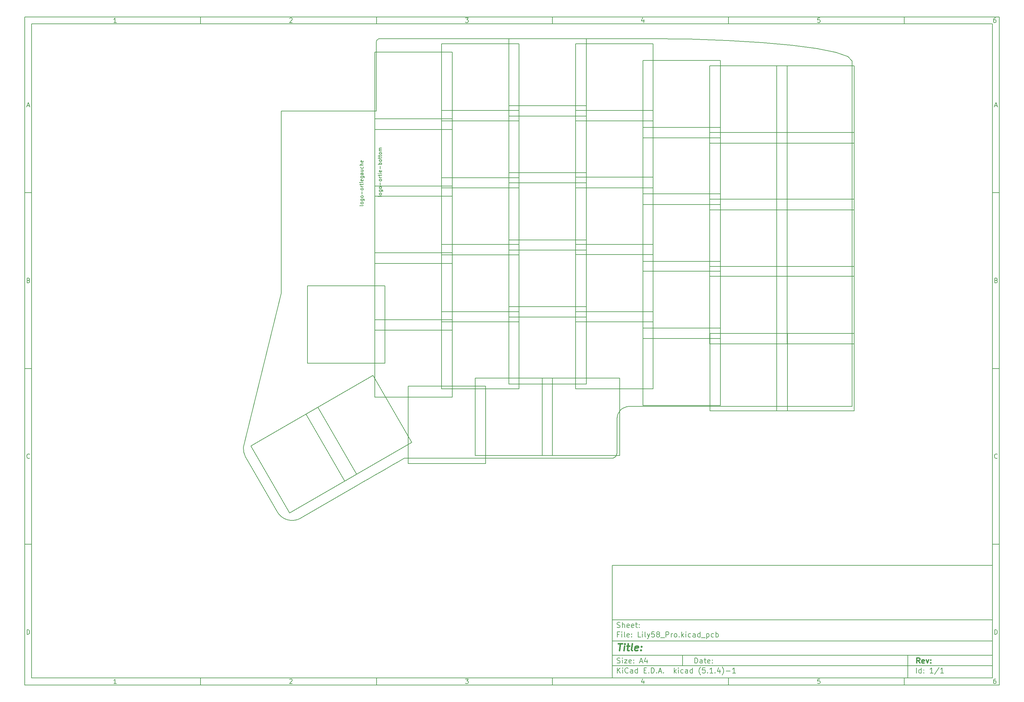
<source format=gbr>
G04 #@! TF.GenerationSoftware,KiCad,Pcbnew,(5.1.4)-1*
G04 #@! TF.CreationDate,2020-11-12T20:18:54+01:00*
G04 #@! TF.ProjectId,Lily58_Pro,4c696c79-3538-45f5-9072-6f2e6b696361,rev?*
G04 #@! TF.SameCoordinates,Original*
G04 #@! TF.FileFunction,Other,Fab,Top*
%FSLAX46Y46*%
G04 Gerber Fmt 4.6, Leading zero omitted, Abs format (unit mm)*
G04 Created by KiCad (PCBNEW (5.1.4)-1) date 2020-11-12 20:18:54*
%MOMM*%
%LPD*%
G04 APERTURE LIST*
%ADD10C,0.100000*%
%ADD11C,0.150000*%
%ADD12C,0.300000*%
%ADD13C,0.400000*%
%ADD14C,0.200000*%
G04 APERTURE END LIST*
D10*
D11*
X177002200Y-166007200D02*
X177002200Y-198007200D01*
X285002200Y-198007200D01*
X285002200Y-166007200D01*
X177002200Y-166007200D01*
D10*
D11*
X10000000Y-10000000D02*
X10000000Y-200007200D01*
X287002200Y-200007200D01*
X287002200Y-10000000D01*
X10000000Y-10000000D01*
D10*
D11*
X12000000Y-12000000D02*
X12000000Y-198007200D01*
X285002200Y-198007200D01*
X285002200Y-12000000D01*
X12000000Y-12000000D01*
D10*
D11*
X60000000Y-12000000D02*
X60000000Y-10000000D01*
D10*
D11*
X110000000Y-12000000D02*
X110000000Y-10000000D01*
D10*
D11*
X160000000Y-12000000D02*
X160000000Y-10000000D01*
D10*
D11*
X210000000Y-12000000D02*
X210000000Y-10000000D01*
D10*
D11*
X260000000Y-12000000D02*
X260000000Y-10000000D01*
D10*
D11*
X36065476Y-11588095D02*
X35322619Y-11588095D01*
X35694047Y-11588095D02*
X35694047Y-10288095D01*
X35570238Y-10473809D01*
X35446428Y-10597619D01*
X35322619Y-10659523D01*
D10*
D11*
X85322619Y-10411904D02*
X85384523Y-10350000D01*
X85508333Y-10288095D01*
X85817857Y-10288095D01*
X85941666Y-10350000D01*
X86003571Y-10411904D01*
X86065476Y-10535714D01*
X86065476Y-10659523D01*
X86003571Y-10845238D01*
X85260714Y-11588095D01*
X86065476Y-11588095D01*
D10*
D11*
X135260714Y-10288095D02*
X136065476Y-10288095D01*
X135632142Y-10783333D01*
X135817857Y-10783333D01*
X135941666Y-10845238D01*
X136003571Y-10907142D01*
X136065476Y-11030952D01*
X136065476Y-11340476D01*
X136003571Y-11464285D01*
X135941666Y-11526190D01*
X135817857Y-11588095D01*
X135446428Y-11588095D01*
X135322619Y-11526190D01*
X135260714Y-11464285D01*
D10*
D11*
X185941666Y-10721428D02*
X185941666Y-11588095D01*
X185632142Y-10226190D02*
X185322619Y-11154761D01*
X186127380Y-11154761D01*
D10*
D11*
X236003571Y-10288095D02*
X235384523Y-10288095D01*
X235322619Y-10907142D01*
X235384523Y-10845238D01*
X235508333Y-10783333D01*
X235817857Y-10783333D01*
X235941666Y-10845238D01*
X236003571Y-10907142D01*
X236065476Y-11030952D01*
X236065476Y-11340476D01*
X236003571Y-11464285D01*
X235941666Y-11526190D01*
X235817857Y-11588095D01*
X235508333Y-11588095D01*
X235384523Y-11526190D01*
X235322619Y-11464285D01*
D10*
D11*
X285941666Y-10288095D02*
X285694047Y-10288095D01*
X285570238Y-10350000D01*
X285508333Y-10411904D01*
X285384523Y-10597619D01*
X285322619Y-10845238D01*
X285322619Y-11340476D01*
X285384523Y-11464285D01*
X285446428Y-11526190D01*
X285570238Y-11588095D01*
X285817857Y-11588095D01*
X285941666Y-11526190D01*
X286003571Y-11464285D01*
X286065476Y-11340476D01*
X286065476Y-11030952D01*
X286003571Y-10907142D01*
X285941666Y-10845238D01*
X285817857Y-10783333D01*
X285570238Y-10783333D01*
X285446428Y-10845238D01*
X285384523Y-10907142D01*
X285322619Y-11030952D01*
D10*
D11*
X60000000Y-198007200D02*
X60000000Y-200007200D01*
D10*
D11*
X110000000Y-198007200D02*
X110000000Y-200007200D01*
D10*
D11*
X160000000Y-198007200D02*
X160000000Y-200007200D01*
D10*
D11*
X210000000Y-198007200D02*
X210000000Y-200007200D01*
D10*
D11*
X260000000Y-198007200D02*
X260000000Y-200007200D01*
D10*
D11*
X36065476Y-199595295D02*
X35322619Y-199595295D01*
X35694047Y-199595295D02*
X35694047Y-198295295D01*
X35570238Y-198481009D01*
X35446428Y-198604819D01*
X35322619Y-198666723D01*
D10*
D11*
X85322619Y-198419104D02*
X85384523Y-198357200D01*
X85508333Y-198295295D01*
X85817857Y-198295295D01*
X85941666Y-198357200D01*
X86003571Y-198419104D01*
X86065476Y-198542914D01*
X86065476Y-198666723D01*
X86003571Y-198852438D01*
X85260714Y-199595295D01*
X86065476Y-199595295D01*
D10*
D11*
X135260714Y-198295295D02*
X136065476Y-198295295D01*
X135632142Y-198790533D01*
X135817857Y-198790533D01*
X135941666Y-198852438D01*
X136003571Y-198914342D01*
X136065476Y-199038152D01*
X136065476Y-199347676D01*
X136003571Y-199471485D01*
X135941666Y-199533390D01*
X135817857Y-199595295D01*
X135446428Y-199595295D01*
X135322619Y-199533390D01*
X135260714Y-199471485D01*
D10*
D11*
X185941666Y-198728628D02*
X185941666Y-199595295D01*
X185632142Y-198233390D02*
X185322619Y-199161961D01*
X186127380Y-199161961D01*
D10*
D11*
X236003571Y-198295295D02*
X235384523Y-198295295D01*
X235322619Y-198914342D01*
X235384523Y-198852438D01*
X235508333Y-198790533D01*
X235817857Y-198790533D01*
X235941666Y-198852438D01*
X236003571Y-198914342D01*
X236065476Y-199038152D01*
X236065476Y-199347676D01*
X236003571Y-199471485D01*
X235941666Y-199533390D01*
X235817857Y-199595295D01*
X235508333Y-199595295D01*
X235384523Y-199533390D01*
X235322619Y-199471485D01*
D10*
D11*
X285941666Y-198295295D02*
X285694047Y-198295295D01*
X285570238Y-198357200D01*
X285508333Y-198419104D01*
X285384523Y-198604819D01*
X285322619Y-198852438D01*
X285322619Y-199347676D01*
X285384523Y-199471485D01*
X285446428Y-199533390D01*
X285570238Y-199595295D01*
X285817857Y-199595295D01*
X285941666Y-199533390D01*
X286003571Y-199471485D01*
X286065476Y-199347676D01*
X286065476Y-199038152D01*
X286003571Y-198914342D01*
X285941666Y-198852438D01*
X285817857Y-198790533D01*
X285570238Y-198790533D01*
X285446428Y-198852438D01*
X285384523Y-198914342D01*
X285322619Y-199038152D01*
D10*
D11*
X10000000Y-60000000D02*
X12000000Y-60000000D01*
D10*
D11*
X10000000Y-110000000D02*
X12000000Y-110000000D01*
D10*
D11*
X10000000Y-160000000D02*
X12000000Y-160000000D01*
D10*
D11*
X10690476Y-35216666D02*
X11309523Y-35216666D01*
X10566666Y-35588095D02*
X11000000Y-34288095D01*
X11433333Y-35588095D01*
D10*
D11*
X11092857Y-84907142D02*
X11278571Y-84969047D01*
X11340476Y-85030952D01*
X11402380Y-85154761D01*
X11402380Y-85340476D01*
X11340476Y-85464285D01*
X11278571Y-85526190D01*
X11154761Y-85588095D01*
X10659523Y-85588095D01*
X10659523Y-84288095D01*
X11092857Y-84288095D01*
X11216666Y-84350000D01*
X11278571Y-84411904D01*
X11340476Y-84535714D01*
X11340476Y-84659523D01*
X11278571Y-84783333D01*
X11216666Y-84845238D01*
X11092857Y-84907142D01*
X10659523Y-84907142D01*
D10*
D11*
X11402380Y-135464285D02*
X11340476Y-135526190D01*
X11154761Y-135588095D01*
X11030952Y-135588095D01*
X10845238Y-135526190D01*
X10721428Y-135402380D01*
X10659523Y-135278571D01*
X10597619Y-135030952D01*
X10597619Y-134845238D01*
X10659523Y-134597619D01*
X10721428Y-134473809D01*
X10845238Y-134350000D01*
X11030952Y-134288095D01*
X11154761Y-134288095D01*
X11340476Y-134350000D01*
X11402380Y-134411904D01*
D10*
D11*
X10659523Y-185588095D02*
X10659523Y-184288095D01*
X10969047Y-184288095D01*
X11154761Y-184350000D01*
X11278571Y-184473809D01*
X11340476Y-184597619D01*
X11402380Y-184845238D01*
X11402380Y-185030952D01*
X11340476Y-185278571D01*
X11278571Y-185402380D01*
X11154761Y-185526190D01*
X10969047Y-185588095D01*
X10659523Y-185588095D01*
D10*
D11*
X287002200Y-60000000D02*
X285002200Y-60000000D01*
D10*
D11*
X287002200Y-110000000D02*
X285002200Y-110000000D01*
D10*
D11*
X287002200Y-160000000D02*
X285002200Y-160000000D01*
D10*
D11*
X285692676Y-35216666D02*
X286311723Y-35216666D01*
X285568866Y-35588095D02*
X286002200Y-34288095D01*
X286435533Y-35588095D01*
D10*
D11*
X286095057Y-84907142D02*
X286280771Y-84969047D01*
X286342676Y-85030952D01*
X286404580Y-85154761D01*
X286404580Y-85340476D01*
X286342676Y-85464285D01*
X286280771Y-85526190D01*
X286156961Y-85588095D01*
X285661723Y-85588095D01*
X285661723Y-84288095D01*
X286095057Y-84288095D01*
X286218866Y-84350000D01*
X286280771Y-84411904D01*
X286342676Y-84535714D01*
X286342676Y-84659523D01*
X286280771Y-84783333D01*
X286218866Y-84845238D01*
X286095057Y-84907142D01*
X285661723Y-84907142D01*
D10*
D11*
X286404580Y-135464285D02*
X286342676Y-135526190D01*
X286156961Y-135588095D01*
X286033152Y-135588095D01*
X285847438Y-135526190D01*
X285723628Y-135402380D01*
X285661723Y-135278571D01*
X285599819Y-135030952D01*
X285599819Y-134845238D01*
X285661723Y-134597619D01*
X285723628Y-134473809D01*
X285847438Y-134350000D01*
X286033152Y-134288095D01*
X286156961Y-134288095D01*
X286342676Y-134350000D01*
X286404580Y-134411904D01*
D10*
D11*
X285661723Y-185588095D02*
X285661723Y-184288095D01*
X285971247Y-184288095D01*
X286156961Y-184350000D01*
X286280771Y-184473809D01*
X286342676Y-184597619D01*
X286404580Y-184845238D01*
X286404580Y-185030952D01*
X286342676Y-185278571D01*
X286280771Y-185402380D01*
X286156961Y-185526190D01*
X285971247Y-185588095D01*
X285661723Y-185588095D01*
D10*
D11*
X200434342Y-193785771D02*
X200434342Y-192285771D01*
X200791485Y-192285771D01*
X201005771Y-192357200D01*
X201148628Y-192500057D01*
X201220057Y-192642914D01*
X201291485Y-192928628D01*
X201291485Y-193142914D01*
X201220057Y-193428628D01*
X201148628Y-193571485D01*
X201005771Y-193714342D01*
X200791485Y-193785771D01*
X200434342Y-193785771D01*
X202577200Y-193785771D02*
X202577200Y-193000057D01*
X202505771Y-192857200D01*
X202362914Y-192785771D01*
X202077200Y-192785771D01*
X201934342Y-192857200D01*
X202577200Y-193714342D02*
X202434342Y-193785771D01*
X202077200Y-193785771D01*
X201934342Y-193714342D01*
X201862914Y-193571485D01*
X201862914Y-193428628D01*
X201934342Y-193285771D01*
X202077200Y-193214342D01*
X202434342Y-193214342D01*
X202577200Y-193142914D01*
X203077200Y-192785771D02*
X203648628Y-192785771D01*
X203291485Y-192285771D02*
X203291485Y-193571485D01*
X203362914Y-193714342D01*
X203505771Y-193785771D01*
X203648628Y-193785771D01*
X204720057Y-193714342D02*
X204577200Y-193785771D01*
X204291485Y-193785771D01*
X204148628Y-193714342D01*
X204077200Y-193571485D01*
X204077200Y-193000057D01*
X204148628Y-192857200D01*
X204291485Y-192785771D01*
X204577200Y-192785771D01*
X204720057Y-192857200D01*
X204791485Y-193000057D01*
X204791485Y-193142914D01*
X204077200Y-193285771D01*
X205434342Y-193642914D02*
X205505771Y-193714342D01*
X205434342Y-193785771D01*
X205362914Y-193714342D01*
X205434342Y-193642914D01*
X205434342Y-193785771D01*
X205434342Y-192857200D02*
X205505771Y-192928628D01*
X205434342Y-193000057D01*
X205362914Y-192928628D01*
X205434342Y-192857200D01*
X205434342Y-193000057D01*
D10*
D11*
X177002200Y-194507200D02*
X285002200Y-194507200D01*
D10*
D11*
X178434342Y-196585771D02*
X178434342Y-195085771D01*
X179291485Y-196585771D02*
X178648628Y-195728628D01*
X179291485Y-195085771D02*
X178434342Y-195942914D01*
X179934342Y-196585771D02*
X179934342Y-195585771D01*
X179934342Y-195085771D02*
X179862914Y-195157200D01*
X179934342Y-195228628D01*
X180005771Y-195157200D01*
X179934342Y-195085771D01*
X179934342Y-195228628D01*
X181505771Y-196442914D02*
X181434342Y-196514342D01*
X181220057Y-196585771D01*
X181077200Y-196585771D01*
X180862914Y-196514342D01*
X180720057Y-196371485D01*
X180648628Y-196228628D01*
X180577200Y-195942914D01*
X180577200Y-195728628D01*
X180648628Y-195442914D01*
X180720057Y-195300057D01*
X180862914Y-195157200D01*
X181077200Y-195085771D01*
X181220057Y-195085771D01*
X181434342Y-195157200D01*
X181505771Y-195228628D01*
X182791485Y-196585771D02*
X182791485Y-195800057D01*
X182720057Y-195657200D01*
X182577200Y-195585771D01*
X182291485Y-195585771D01*
X182148628Y-195657200D01*
X182791485Y-196514342D02*
X182648628Y-196585771D01*
X182291485Y-196585771D01*
X182148628Y-196514342D01*
X182077200Y-196371485D01*
X182077200Y-196228628D01*
X182148628Y-196085771D01*
X182291485Y-196014342D01*
X182648628Y-196014342D01*
X182791485Y-195942914D01*
X184148628Y-196585771D02*
X184148628Y-195085771D01*
X184148628Y-196514342D02*
X184005771Y-196585771D01*
X183720057Y-196585771D01*
X183577200Y-196514342D01*
X183505771Y-196442914D01*
X183434342Y-196300057D01*
X183434342Y-195871485D01*
X183505771Y-195728628D01*
X183577200Y-195657200D01*
X183720057Y-195585771D01*
X184005771Y-195585771D01*
X184148628Y-195657200D01*
X186005771Y-195800057D02*
X186505771Y-195800057D01*
X186720057Y-196585771D02*
X186005771Y-196585771D01*
X186005771Y-195085771D01*
X186720057Y-195085771D01*
X187362914Y-196442914D02*
X187434342Y-196514342D01*
X187362914Y-196585771D01*
X187291485Y-196514342D01*
X187362914Y-196442914D01*
X187362914Y-196585771D01*
X188077200Y-196585771D02*
X188077200Y-195085771D01*
X188434342Y-195085771D01*
X188648628Y-195157200D01*
X188791485Y-195300057D01*
X188862914Y-195442914D01*
X188934342Y-195728628D01*
X188934342Y-195942914D01*
X188862914Y-196228628D01*
X188791485Y-196371485D01*
X188648628Y-196514342D01*
X188434342Y-196585771D01*
X188077200Y-196585771D01*
X189577200Y-196442914D02*
X189648628Y-196514342D01*
X189577200Y-196585771D01*
X189505771Y-196514342D01*
X189577200Y-196442914D01*
X189577200Y-196585771D01*
X190220057Y-196157200D02*
X190934342Y-196157200D01*
X190077200Y-196585771D02*
X190577200Y-195085771D01*
X191077200Y-196585771D01*
X191577200Y-196442914D02*
X191648628Y-196514342D01*
X191577200Y-196585771D01*
X191505771Y-196514342D01*
X191577200Y-196442914D01*
X191577200Y-196585771D01*
X194577200Y-196585771D02*
X194577200Y-195085771D01*
X194720057Y-196014342D02*
X195148628Y-196585771D01*
X195148628Y-195585771D02*
X194577200Y-196157200D01*
X195791485Y-196585771D02*
X195791485Y-195585771D01*
X195791485Y-195085771D02*
X195720057Y-195157200D01*
X195791485Y-195228628D01*
X195862914Y-195157200D01*
X195791485Y-195085771D01*
X195791485Y-195228628D01*
X197148628Y-196514342D02*
X197005771Y-196585771D01*
X196720057Y-196585771D01*
X196577200Y-196514342D01*
X196505771Y-196442914D01*
X196434342Y-196300057D01*
X196434342Y-195871485D01*
X196505771Y-195728628D01*
X196577200Y-195657200D01*
X196720057Y-195585771D01*
X197005771Y-195585771D01*
X197148628Y-195657200D01*
X198434342Y-196585771D02*
X198434342Y-195800057D01*
X198362914Y-195657200D01*
X198220057Y-195585771D01*
X197934342Y-195585771D01*
X197791485Y-195657200D01*
X198434342Y-196514342D02*
X198291485Y-196585771D01*
X197934342Y-196585771D01*
X197791485Y-196514342D01*
X197720057Y-196371485D01*
X197720057Y-196228628D01*
X197791485Y-196085771D01*
X197934342Y-196014342D01*
X198291485Y-196014342D01*
X198434342Y-195942914D01*
X199791485Y-196585771D02*
X199791485Y-195085771D01*
X199791485Y-196514342D02*
X199648628Y-196585771D01*
X199362914Y-196585771D01*
X199220057Y-196514342D01*
X199148628Y-196442914D01*
X199077200Y-196300057D01*
X199077200Y-195871485D01*
X199148628Y-195728628D01*
X199220057Y-195657200D01*
X199362914Y-195585771D01*
X199648628Y-195585771D01*
X199791485Y-195657200D01*
X202077200Y-197157200D02*
X202005771Y-197085771D01*
X201862914Y-196871485D01*
X201791485Y-196728628D01*
X201720057Y-196514342D01*
X201648628Y-196157200D01*
X201648628Y-195871485D01*
X201720057Y-195514342D01*
X201791485Y-195300057D01*
X201862914Y-195157200D01*
X202005771Y-194942914D01*
X202077200Y-194871485D01*
X203362914Y-195085771D02*
X202648628Y-195085771D01*
X202577200Y-195800057D01*
X202648628Y-195728628D01*
X202791485Y-195657200D01*
X203148628Y-195657200D01*
X203291485Y-195728628D01*
X203362914Y-195800057D01*
X203434342Y-195942914D01*
X203434342Y-196300057D01*
X203362914Y-196442914D01*
X203291485Y-196514342D01*
X203148628Y-196585771D01*
X202791485Y-196585771D01*
X202648628Y-196514342D01*
X202577200Y-196442914D01*
X204077200Y-196442914D02*
X204148628Y-196514342D01*
X204077200Y-196585771D01*
X204005771Y-196514342D01*
X204077200Y-196442914D01*
X204077200Y-196585771D01*
X205577200Y-196585771D02*
X204720057Y-196585771D01*
X205148628Y-196585771D02*
X205148628Y-195085771D01*
X205005771Y-195300057D01*
X204862914Y-195442914D01*
X204720057Y-195514342D01*
X206220057Y-196442914D02*
X206291485Y-196514342D01*
X206220057Y-196585771D01*
X206148628Y-196514342D01*
X206220057Y-196442914D01*
X206220057Y-196585771D01*
X207577200Y-195585771D02*
X207577200Y-196585771D01*
X207220057Y-195014342D02*
X206862914Y-196085771D01*
X207791485Y-196085771D01*
X208220057Y-197157200D02*
X208291485Y-197085771D01*
X208434342Y-196871485D01*
X208505771Y-196728628D01*
X208577200Y-196514342D01*
X208648628Y-196157200D01*
X208648628Y-195871485D01*
X208577200Y-195514342D01*
X208505771Y-195300057D01*
X208434342Y-195157200D01*
X208291485Y-194942914D01*
X208220057Y-194871485D01*
X209362914Y-196014342D02*
X210505771Y-196014342D01*
X212005771Y-196585771D02*
X211148628Y-196585771D01*
X211577200Y-196585771D02*
X211577200Y-195085771D01*
X211434342Y-195300057D01*
X211291485Y-195442914D01*
X211148628Y-195514342D01*
D10*
D11*
X177002200Y-191507200D02*
X285002200Y-191507200D01*
D10*
D12*
X264411485Y-193785771D02*
X263911485Y-193071485D01*
X263554342Y-193785771D02*
X263554342Y-192285771D01*
X264125771Y-192285771D01*
X264268628Y-192357200D01*
X264340057Y-192428628D01*
X264411485Y-192571485D01*
X264411485Y-192785771D01*
X264340057Y-192928628D01*
X264268628Y-193000057D01*
X264125771Y-193071485D01*
X263554342Y-193071485D01*
X265625771Y-193714342D02*
X265482914Y-193785771D01*
X265197200Y-193785771D01*
X265054342Y-193714342D01*
X264982914Y-193571485D01*
X264982914Y-193000057D01*
X265054342Y-192857200D01*
X265197200Y-192785771D01*
X265482914Y-192785771D01*
X265625771Y-192857200D01*
X265697200Y-193000057D01*
X265697200Y-193142914D01*
X264982914Y-193285771D01*
X266197200Y-192785771D02*
X266554342Y-193785771D01*
X266911485Y-192785771D01*
X267482914Y-193642914D02*
X267554342Y-193714342D01*
X267482914Y-193785771D01*
X267411485Y-193714342D01*
X267482914Y-193642914D01*
X267482914Y-193785771D01*
X267482914Y-192857200D02*
X267554342Y-192928628D01*
X267482914Y-193000057D01*
X267411485Y-192928628D01*
X267482914Y-192857200D01*
X267482914Y-193000057D01*
D10*
D11*
X178362914Y-193714342D02*
X178577200Y-193785771D01*
X178934342Y-193785771D01*
X179077200Y-193714342D01*
X179148628Y-193642914D01*
X179220057Y-193500057D01*
X179220057Y-193357200D01*
X179148628Y-193214342D01*
X179077200Y-193142914D01*
X178934342Y-193071485D01*
X178648628Y-193000057D01*
X178505771Y-192928628D01*
X178434342Y-192857200D01*
X178362914Y-192714342D01*
X178362914Y-192571485D01*
X178434342Y-192428628D01*
X178505771Y-192357200D01*
X178648628Y-192285771D01*
X179005771Y-192285771D01*
X179220057Y-192357200D01*
X179862914Y-193785771D02*
X179862914Y-192785771D01*
X179862914Y-192285771D02*
X179791485Y-192357200D01*
X179862914Y-192428628D01*
X179934342Y-192357200D01*
X179862914Y-192285771D01*
X179862914Y-192428628D01*
X180434342Y-192785771D02*
X181220057Y-192785771D01*
X180434342Y-193785771D01*
X181220057Y-193785771D01*
X182362914Y-193714342D02*
X182220057Y-193785771D01*
X181934342Y-193785771D01*
X181791485Y-193714342D01*
X181720057Y-193571485D01*
X181720057Y-193000057D01*
X181791485Y-192857200D01*
X181934342Y-192785771D01*
X182220057Y-192785771D01*
X182362914Y-192857200D01*
X182434342Y-193000057D01*
X182434342Y-193142914D01*
X181720057Y-193285771D01*
X183077200Y-193642914D02*
X183148628Y-193714342D01*
X183077200Y-193785771D01*
X183005771Y-193714342D01*
X183077200Y-193642914D01*
X183077200Y-193785771D01*
X183077200Y-192857200D02*
X183148628Y-192928628D01*
X183077200Y-193000057D01*
X183005771Y-192928628D01*
X183077200Y-192857200D01*
X183077200Y-193000057D01*
X184862914Y-193357200D02*
X185577200Y-193357200D01*
X184720057Y-193785771D02*
X185220057Y-192285771D01*
X185720057Y-193785771D01*
X186862914Y-192785771D02*
X186862914Y-193785771D01*
X186505771Y-192214342D02*
X186148628Y-193285771D01*
X187077200Y-193285771D01*
D10*
D11*
X263434342Y-196585771D02*
X263434342Y-195085771D01*
X264791485Y-196585771D02*
X264791485Y-195085771D01*
X264791485Y-196514342D02*
X264648628Y-196585771D01*
X264362914Y-196585771D01*
X264220057Y-196514342D01*
X264148628Y-196442914D01*
X264077200Y-196300057D01*
X264077200Y-195871485D01*
X264148628Y-195728628D01*
X264220057Y-195657200D01*
X264362914Y-195585771D01*
X264648628Y-195585771D01*
X264791485Y-195657200D01*
X265505771Y-196442914D02*
X265577200Y-196514342D01*
X265505771Y-196585771D01*
X265434342Y-196514342D01*
X265505771Y-196442914D01*
X265505771Y-196585771D01*
X265505771Y-195657200D02*
X265577200Y-195728628D01*
X265505771Y-195800057D01*
X265434342Y-195728628D01*
X265505771Y-195657200D01*
X265505771Y-195800057D01*
X268148628Y-196585771D02*
X267291485Y-196585771D01*
X267720057Y-196585771D02*
X267720057Y-195085771D01*
X267577200Y-195300057D01*
X267434342Y-195442914D01*
X267291485Y-195514342D01*
X269862914Y-195014342D02*
X268577200Y-196942914D01*
X271148628Y-196585771D02*
X270291485Y-196585771D01*
X270720057Y-196585771D02*
X270720057Y-195085771D01*
X270577200Y-195300057D01*
X270434342Y-195442914D01*
X270291485Y-195514342D01*
D10*
D11*
X177002200Y-187507200D02*
X285002200Y-187507200D01*
D10*
D13*
X178714580Y-188211961D02*
X179857438Y-188211961D01*
X179036009Y-190211961D02*
X179286009Y-188211961D01*
X180274104Y-190211961D02*
X180440771Y-188878628D01*
X180524104Y-188211961D02*
X180416961Y-188307200D01*
X180500295Y-188402438D01*
X180607438Y-188307200D01*
X180524104Y-188211961D01*
X180500295Y-188402438D01*
X181107438Y-188878628D02*
X181869342Y-188878628D01*
X181476485Y-188211961D02*
X181262200Y-189926247D01*
X181333628Y-190116723D01*
X181512200Y-190211961D01*
X181702676Y-190211961D01*
X182655057Y-190211961D02*
X182476485Y-190116723D01*
X182405057Y-189926247D01*
X182619342Y-188211961D01*
X184190771Y-190116723D02*
X183988390Y-190211961D01*
X183607438Y-190211961D01*
X183428866Y-190116723D01*
X183357438Y-189926247D01*
X183452676Y-189164342D01*
X183571723Y-188973866D01*
X183774104Y-188878628D01*
X184155057Y-188878628D01*
X184333628Y-188973866D01*
X184405057Y-189164342D01*
X184381247Y-189354819D01*
X183405057Y-189545295D01*
X185155057Y-190021485D02*
X185238390Y-190116723D01*
X185131247Y-190211961D01*
X185047914Y-190116723D01*
X185155057Y-190021485D01*
X185131247Y-190211961D01*
X185286009Y-188973866D02*
X185369342Y-189069104D01*
X185262200Y-189164342D01*
X185178866Y-189069104D01*
X185286009Y-188973866D01*
X185262200Y-189164342D01*
D10*
D11*
X178934342Y-185600057D02*
X178434342Y-185600057D01*
X178434342Y-186385771D02*
X178434342Y-184885771D01*
X179148628Y-184885771D01*
X179720057Y-186385771D02*
X179720057Y-185385771D01*
X179720057Y-184885771D02*
X179648628Y-184957200D01*
X179720057Y-185028628D01*
X179791485Y-184957200D01*
X179720057Y-184885771D01*
X179720057Y-185028628D01*
X180648628Y-186385771D02*
X180505771Y-186314342D01*
X180434342Y-186171485D01*
X180434342Y-184885771D01*
X181791485Y-186314342D02*
X181648628Y-186385771D01*
X181362914Y-186385771D01*
X181220057Y-186314342D01*
X181148628Y-186171485D01*
X181148628Y-185600057D01*
X181220057Y-185457200D01*
X181362914Y-185385771D01*
X181648628Y-185385771D01*
X181791485Y-185457200D01*
X181862914Y-185600057D01*
X181862914Y-185742914D01*
X181148628Y-185885771D01*
X182505771Y-186242914D02*
X182577200Y-186314342D01*
X182505771Y-186385771D01*
X182434342Y-186314342D01*
X182505771Y-186242914D01*
X182505771Y-186385771D01*
X182505771Y-185457200D02*
X182577200Y-185528628D01*
X182505771Y-185600057D01*
X182434342Y-185528628D01*
X182505771Y-185457200D01*
X182505771Y-185600057D01*
X185077200Y-186385771D02*
X184362914Y-186385771D01*
X184362914Y-184885771D01*
X185577200Y-186385771D02*
X185577200Y-185385771D01*
X185577200Y-184885771D02*
X185505771Y-184957200D01*
X185577200Y-185028628D01*
X185648628Y-184957200D01*
X185577200Y-184885771D01*
X185577200Y-185028628D01*
X186505771Y-186385771D02*
X186362914Y-186314342D01*
X186291485Y-186171485D01*
X186291485Y-184885771D01*
X186934342Y-185385771D02*
X187291485Y-186385771D01*
X187648628Y-185385771D02*
X187291485Y-186385771D01*
X187148628Y-186742914D01*
X187077200Y-186814342D01*
X186934342Y-186885771D01*
X188934342Y-184885771D02*
X188220057Y-184885771D01*
X188148628Y-185600057D01*
X188220057Y-185528628D01*
X188362914Y-185457200D01*
X188720057Y-185457200D01*
X188862914Y-185528628D01*
X188934342Y-185600057D01*
X189005771Y-185742914D01*
X189005771Y-186100057D01*
X188934342Y-186242914D01*
X188862914Y-186314342D01*
X188720057Y-186385771D01*
X188362914Y-186385771D01*
X188220057Y-186314342D01*
X188148628Y-186242914D01*
X189862914Y-185528628D02*
X189720057Y-185457200D01*
X189648628Y-185385771D01*
X189577200Y-185242914D01*
X189577200Y-185171485D01*
X189648628Y-185028628D01*
X189720057Y-184957200D01*
X189862914Y-184885771D01*
X190148628Y-184885771D01*
X190291485Y-184957200D01*
X190362914Y-185028628D01*
X190434342Y-185171485D01*
X190434342Y-185242914D01*
X190362914Y-185385771D01*
X190291485Y-185457200D01*
X190148628Y-185528628D01*
X189862914Y-185528628D01*
X189720057Y-185600057D01*
X189648628Y-185671485D01*
X189577200Y-185814342D01*
X189577200Y-186100057D01*
X189648628Y-186242914D01*
X189720057Y-186314342D01*
X189862914Y-186385771D01*
X190148628Y-186385771D01*
X190291485Y-186314342D01*
X190362914Y-186242914D01*
X190434342Y-186100057D01*
X190434342Y-185814342D01*
X190362914Y-185671485D01*
X190291485Y-185600057D01*
X190148628Y-185528628D01*
X190720057Y-186528628D02*
X191862914Y-186528628D01*
X192220057Y-186385771D02*
X192220057Y-184885771D01*
X192791485Y-184885771D01*
X192934342Y-184957200D01*
X193005771Y-185028628D01*
X193077200Y-185171485D01*
X193077200Y-185385771D01*
X193005771Y-185528628D01*
X192934342Y-185600057D01*
X192791485Y-185671485D01*
X192220057Y-185671485D01*
X193720057Y-186385771D02*
X193720057Y-185385771D01*
X193720057Y-185671485D02*
X193791485Y-185528628D01*
X193862914Y-185457200D01*
X194005771Y-185385771D01*
X194148628Y-185385771D01*
X194862914Y-186385771D02*
X194720057Y-186314342D01*
X194648628Y-186242914D01*
X194577200Y-186100057D01*
X194577200Y-185671485D01*
X194648628Y-185528628D01*
X194720057Y-185457200D01*
X194862914Y-185385771D01*
X195077200Y-185385771D01*
X195220057Y-185457200D01*
X195291485Y-185528628D01*
X195362914Y-185671485D01*
X195362914Y-186100057D01*
X195291485Y-186242914D01*
X195220057Y-186314342D01*
X195077200Y-186385771D01*
X194862914Y-186385771D01*
X196005771Y-186242914D02*
X196077200Y-186314342D01*
X196005771Y-186385771D01*
X195934342Y-186314342D01*
X196005771Y-186242914D01*
X196005771Y-186385771D01*
X196720057Y-186385771D02*
X196720057Y-184885771D01*
X196862914Y-185814342D02*
X197291485Y-186385771D01*
X197291485Y-185385771D02*
X196720057Y-185957200D01*
X197934342Y-186385771D02*
X197934342Y-185385771D01*
X197934342Y-184885771D02*
X197862914Y-184957200D01*
X197934342Y-185028628D01*
X198005771Y-184957200D01*
X197934342Y-184885771D01*
X197934342Y-185028628D01*
X199291485Y-186314342D02*
X199148628Y-186385771D01*
X198862914Y-186385771D01*
X198720057Y-186314342D01*
X198648628Y-186242914D01*
X198577200Y-186100057D01*
X198577200Y-185671485D01*
X198648628Y-185528628D01*
X198720057Y-185457200D01*
X198862914Y-185385771D01*
X199148628Y-185385771D01*
X199291485Y-185457200D01*
X200577200Y-186385771D02*
X200577200Y-185600057D01*
X200505771Y-185457200D01*
X200362914Y-185385771D01*
X200077200Y-185385771D01*
X199934342Y-185457200D01*
X200577200Y-186314342D02*
X200434342Y-186385771D01*
X200077200Y-186385771D01*
X199934342Y-186314342D01*
X199862914Y-186171485D01*
X199862914Y-186028628D01*
X199934342Y-185885771D01*
X200077200Y-185814342D01*
X200434342Y-185814342D01*
X200577200Y-185742914D01*
X201934342Y-186385771D02*
X201934342Y-184885771D01*
X201934342Y-186314342D02*
X201791485Y-186385771D01*
X201505771Y-186385771D01*
X201362914Y-186314342D01*
X201291485Y-186242914D01*
X201220057Y-186100057D01*
X201220057Y-185671485D01*
X201291485Y-185528628D01*
X201362914Y-185457200D01*
X201505771Y-185385771D01*
X201791485Y-185385771D01*
X201934342Y-185457200D01*
X202291485Y-186528628D02*
X203434342Y-186528628D01*
X203791485Y-185385771D02*
X203791485Y-186885771D01*
X203791485Y-185457200D02*
X203934342Y-185385771D01*
X204220057Y-185385771D01*
X204362914Y-185457200D01*
X204434342Y-185528628D01*
X204505771Y-185671485D01*
X204505771Y-186100057D01*
X204434342Y-186242914D01*
X204362914Y-186314342D01*
X204220057Y-186385771D01*
X203934342Y-186385771D01*
X203791485Y-186314342D01*
X205791485Y-186314342D02*
X205648628Y-186385771D01*
X205362914Y-186385771D01*
X205220057Y-186314342D01*
X205148628Y-186242914D01*
X205077200Y-186100057D01*
X205077200Y-185671485D01*
X205148628Y-185528628D01*
X205220057Y-185457200D01*
X205362914Y-185385771D01*
X205648628Y-185385771D01*
X205791485Y-185457200D01*
X206434342Y-186385771D02*
X206434342Y-184885771D01*
X206434342Y-185457200D02*
X206577200Y-185385771D01*
X206862914Y-185385771D01*
X207005771Y-185457200D01*
X207077200Y-185528628D01*
X207148628Y-185671485D01*
X207148628Y-186100057D01*
X207077200Y-186242914D01*
X207005771Y-186314342D01*
X206862914Y-186385771D01*
X206577200Y-186385771D01*
X206434342Y-186314342D01*
D10*
D11*
X177002200Y-181507200D02*
X285002200Y-181507200D01*
D10*
D11*
X178362914Y-183614342D02*
X178577200Y-183685771D01*
X178934342Y-183685771D01*
X179077200Y-183614342D01*
X179148628Y-183542914D01*
X179220057Y-183400057D01*
X179220057Y-183257200D01*
X179148628Y-183114342D01*
X179077200Y-183042914D01*
X178934342Y-182971485D01*
X178648628Y-182900057D01*
X178505771Y-182828628D01*
X178434342Y-182757200D01*
X178362914Y-182614342D01*
X178362914Y-182471485D01*
X178434342Y-182328628D01*
X178505771Y-182257200D01*
X178648628Y-182185771D01*
X179005771Y-182185771D01*
X179220057Y-182257200D01*
X179862914Y-183685771D02*
X179862914Y-182185771D01*
X180505771Y-183685771D02*
X180505771Y-182900057D01*
X180434342Y-182757200D01*
X180291485Y-182685771D01*
X180077200Y-182685771D01*
X179934342Y-182757200D01*
X179862914Y-182828628D01*
X181791485Y-183614342D02*
X181648628Y-183685771D01*
X181362914Y-183685771D01*
X181220057Y-183614342D01*
X181148628Y-183471485D01*
X181148628Y-182900057D01*
X181220057Y-182757200D01*
X181362914Y-182685771D01*
X181648628Y-182685771D01*
X181791485Y-182757200D01*
X181862914Y-182900057D01*
X181862914Y-183042914D01*
X181148628Y-183185771D01*
X183077200Y-183614342D02*
X182934342Y-183685771D01*
X182648628Y-183685771D01*
X182505771Y-183614342D01*
X182434342Y-183471485D01*
X182434342Y-182900057D01*
X182505771Y-182757200D01*
X182648628Y-182685771D01*
X182934342Y-182685771D01*
X183077200Y-182757200D01*
X183148628Y-182900057D01*
X183148628Y-183042914D01*
X182434342Y-183185771D01*
X183577200Y-182685771D02*
X184148628Y-182685771D01*
X183791485Y-182185771D02*
X183791485Y-183471485D01*
X183862914Y-183614342D01*
X184005771Y-183685771D01*
X184148628Y-183685771D01*
X184648628Y-183542914D02*
X184720057Y-183614342D01*
X184648628Y-183685771D01*
X184577200Y-183614342D01*
X184648628Y-183542914D01*
X184648628Y-183685771D01*
X184648628Y-182757200D02*
X184720057Y-182828628D01*
X184648628Y-182900057D01*
X184577200Y-182828628D01*
X184648628Y-182757200D01*
X184648628Y-182900057D01*
D10*
D11*
X197002200Y-191507200D02*
X197002200Y-194507200D01*
D10*
D11*
X261002200Y-191507200D02*
X261002200Y-198007200D01*
X72674503Y-134960305D02*
G75*
G02X72175000Y-132325000I4376397J2194505D01*
G01*
X88345583Y-152620389D02*
G75*
G02X81699101Y-150634699I-2328483J4322489D01*
G01*
X72674503Y-134960305D02*
X81699101Y-150634699D01*
X104456758Y-143271756D02*
X88345583Y-152620389D01*
X245120000Y-120789735D02*
X245120000Y-22546755D01*
X223959999Y-120789735D02*
X245120000Y-120789735D01*
X109898210Y-36780000D02*
X109898210Y-17246762D01*
X82940000Y-36780000D02*
X109898210Y-36780000D01*
X82937528Y-38136762D02*
X82940000Y-36780000D01*
D14*
X240549319Y-20073847D02*
X235185697Y-18995159D01*
X235185697Y-18995159D02*
X228080758Y-18055561D01*
X116186619Y-136480784D02*
X117862313Y-135510645D01*
X114510925Y-137450923D02*
X116186619Y-136480784D01*
X82937528Y-50750629D02*
X82937528Y-44443695D01*
X82937528Y-57057562D02*
X82937528Y-50750629D01*
X142171711Y-16196762D02*
X131763877Y-16196762D01*
X218692418Y-120789735D02*
X223959999Y-120789735D01*
X213424836Y-120789735D02*
X218692418Y-120789735D01*
X208157255Y-120789735D02*
X213424836Y-120789735D01*
X202889673Y-120789735D02*
X208157255Y-120789735D01*
X197622092Y-120789735D02*
X202889673Y-120789735D01*
X192354511Y-120789735D02*
X197622092Y-120789735D01*
X187086929Y-120789735D02*
X192354511Y-120789735D01*
X181819348Y-120789735D02*
X187086929Y-120789735D01*
X181113524Y-120860778D02*
X181819348Y-120789735D01*
X180456326Y-121064561D02*
X181113524Y-120860778D01*
X179861773Y-121387065D02*
X180456326Y-121064561D01*
X179343884Y-121814271D02*
X179861773Y-121387065D01*
X178916678Y-122332160D02*
X179343884Y-121814271D01*
X178594174Y-122926713D02*
X178916678Y-122332160D01*
X178390391Y-123583911D02*
X178594174Y-122926713D01*
X178319348Y-124289735D02*
X178390391Y-123583911D01*
X219467654Y-17280488D02*
X209579538Y-16695374D01*
X228080758Y-18055561D02*
X219467654Y-17280488D01*
X198649563Y-16325654D02*
X186910881Y-16196762D01*
X209579538Y-16695374D02*
X198649563Y-16325654D01*
X177658308Y-135255660D02*
X177403500Y-135393876D01*
X177880261Y-135072571D02*
X177658308Y-135255660D01*
X178063349Y-134850619D02*
X177880261Y-135072571D01*
X178201565Y-134595810D02*
X178063349Y-134850619D01*
X178288901Y-134314154D02*
X178201565Y-134595810D01*
X178319348Y-134034052D02*
X178288901Y-134314154D01*
X82937528Y-69671429D02*
X82937528Y-63364495D01*
X82937528Y-75978362D02*
X82937528Y-69671429D01*
X82937528Y-82285296D02*
X82937528Y-75978362D01*
X82937528Y-88592229D02*
X82937528Y-82285296D01*
X131763877Y-16196762D02*
X121356044Y-16196762D01*
X152579545Y-16196762D02*
X142171711Y-16196762D01*
X162987379Y-16196762D02*
X152579545Y-16196762D01*
X173395213Y-16196762D02*
X162987379Y-16196762D01*
X186910881Y-16196762D02*
X173395213Y-16196762D01*
X110360937Y-16375961D02*
X110539303Y-16279210D01*
X110205570Y-16504123D02*
X110360937Y-16375961D01*
X110077409Y-16659489D02*
X110205570Y-16504123D01*
X109980657Y-16837855D02*
X110077409Y-16659489D01*
X109919523Y-17035015D02*
X109980657Y-16837855D01*
X109898210Y-17246762D02*
X109919523Y-17035015D01*
X110736462Y-16218075D02*
X110948210Y-16196762D01*
X110539303Y-16279210D02*
X110736462Y-16218075D01*
X121356044Y-16196762D02*
X110948210Y-16196762D01*
X82937528Y-63364495D02*
X82937528Y-57057562D01*
X82937528Y-44443695D02*
X82937528Y-38136762D01*
X82937777Y-88592317D02*
X72175000Y-132325000D01*
X112835230Y-138421062D02*
X114510925Y-137450923D01*
X111159536Y-139391201D02*
X112835230Y-138421062D01*
X109483841Y-140361340D02*
X111159536Y-139391201D01*
X107808147Y-141331479D02*
X109483841Y-140361340D01*
X106132452Y-142301617D02*
X107808147Y-141331479D01*
X104456758Y-143271756D02*
X106132452Y-142301617D01*
X169449826Y-135511658D02*
X176819348Y-135511658D01*
X162080304Y-135511658D02*
X169449826Y-135511658D01*
X154710782Y-135511658D02*
X162080304Y-135511658D01*
X147341260Y-135511658D02*
X154710782Y-135511658D01*
X139971738Y-135511658D02*
X147341260Y-135511658D01*
X132602217Y-135511658D02*
X139971738Y-135511658D01*
X125232695Y-135511658D02*
X132602217Y-135511658D01*
X117863173Y-135511658D02*
X125232695Y-135511658D01*
X178319348Y-132816013D02*
X178319348Y-134034052D01*
X178319348Y-131597973D02*
X178319348Y-132816013D01*
X178319348Y-130379933D02*
X178319348Y-131597973D01*
X178319348Y-129161894D02*
X178319348Y-130379933D01*
X178319348Y-127943854D02*
X178319348Y-129161894D01*
X178319348Y-126725814D02*
X178319348Y-127943854D01*
X178319348Y-125507775D02*
X178319348Y-126725814D01*
X178319348Y-124289735D02*
X178319348Y-125507775D01*
X177121844Y-135481211D02*
X176819348Y-135511658D01*
X177403500Y-135393876D02*
X177121844Y-135481211D01*
X243938471Y-21266190D02*
X240549319Y-20073847D01*
X245120000Y-22546755D02*
X243938471Y-21266190D01*
D11*
X85280121Y-151068679D02*
X104332679Y-140068679D01*
X74280121Y-132016121D02*
X85280121Y-151068679D01*
X93332679Y-121016121D02*
X74280121Y-132016121D01*
X104332679Y-140068679D02*
X93332679Y-121016121D01*
X245700000Y-45899999D02*
X245699999Y-23900000D01*
X223700001Y-45900000D02*
X245700000Y-45899999D01*
X223700000Y-23900001D02*
X223700001Y-45900000D01*
X245699999Y-23900000D02*
X223700000Y-23900001D01*
X245750000Y-121999999D02*
X245749999Y-100000000D01*
X223750001Y-122000000D02*
X245750000Y-121999999D01*
X223750000Y-100000001D02*
X223750001Y-122000000D01*
X245749999Y-100000000D02*
X223750000Y-100000001D01*
X245700000Y-102999999D02*
X245699999Y-81000000D01*
X223700001Y-103000000D02*
X245700000Y-102999999D01*
X223700000Y-81000001D02*
X223700001Y-103000000D01*
X245699999Y-81000000D02*
X223700000Y-81000001D01*
X245700000Y-83799999D02*
X245699999Y-61800000D01*
X223700001Y-83800000D02*
X245700000Y-83799999D01*
X223700000Y-61800001D02*
X223700001Y-83800000D01*
X245699999Y-61800000D02*
X223700000Y-61800001D01*
X245700000Y-64899999D02*
X245699999Y-42900000D01*
X223700001Y-64900000D02*
X245700000Y-64899999D01*
X223700000Y-42900001D02*
X223700001Y-64900000D01*
X245699999Y-42900000D02*
X223700000Y-42900001D01*
X226700000Y-64899999D02*
X226699999Y-42900000D01*
X204700001Y-64900000D02*
X226700000Y-64899999D01*
X204700000Y-42900001D02*
X204700001Y-64900000D01*
X226699999Y-42900000D02*
X204700000Y-42900001D01*
X226700000Y-45899999D02*
X226699999Y-23900000D01*
X204700001Y-45900000D02*
X226700000Y-45899999D01*
X204700000Y-23900001D02*
X204700001Y-45900000D01*
X226699999Y-23900000D02*
X204700000Y-23900001D01*
X207700000Y-44399999D02*
X207699999Y-22400000D01*
X185700001Y-44400000D02*
X207700000Y-44399999D01*
X185700000Y-22400001D02*
X185700001Y-44400000D01*
X207699999Y-22400000D02*
X185700000Y-22400001D01*
X188600000Y-39599999D02*
X188599999Y-17600000D01*
X166600001Y-39600000D02*
X188600000Y-39599999D01*
X166600000Y-17600001D02*
X166600001Y-39600000D01*
X188599999Y-17600000D02*
X166600000Y-17600001D01*
X169600000Y-38209999D02*
X169599999Y-16210000D01*
X147600001Y-38210000D02*
X169600000Y-38209999D01*
X147600000Y-16210001D02*
X147600001Y-38210000D01*
X169599999Y-16210000D02*
X147600000Y-16210001D01*
X150500000Y-39599999D02*
X150499999Y-17600000D01*
X128500001Y-39600000D02*
X150500000Y-39599999D01*
X128500000Y-17600001D02*
X128500001Y-39600000D01*
X150499999Y-17600000D02*
X128500000Y-17600001D01*
X131490000Y-41999999D02*
X131489999Y-20000000D01*
X109490001Y-42000000D02*
X131490000Y-41999999D01*
X109490000Y-20000001D02*
X109490001Y-42000000D01*
X131489999Y-20000000D02*
X109490000Y-20000001D01*
X207700000Y-82299999D02*
X207699999Y-60300000D01*
X185700001Y-82300000D02*
X207700000Y-82299999D01*
X185700000Y-60300001D02*
X185700001Y-82300000D01*
X207699999Y-60300000D02*
X185700000Y-60300001D01*
X160000000Y-134749999D02*
X159999999Y-112750000D01*
X138000001Y-134750000D02*
X160000000Y-134749999D01*
X138000000Y-112750001D02*
X138000001Y-134750000D01*
X159999999Y-112750000D02*
X138000000Y-112750001D01*
X207700000Y-101499999D02*
X207699999Y-79500000D01*
X185700001Y-101500000D02*
X207700000Y-101499999D01*
X185700000Y-79500001D02*
X185700001Y-101500000D01*
X207699999Y-79500000D02*
X185700000Y-79500001D01*
X207700000Y-63399999D02*
X207699999Y-41400000D01*
X185700001Y-63400000D02*
X207700000Y-63399999D01*
X185700000Y-41400001D02*
X185700001Y-63400000D01*
X207699999Y-41400000D02*
X185700000Y-41400001D01*
X188600000Y-58599999D02*
X188599999Y-36600000D01*
X166600001Y-58600000D02*
X188600000Y-58599999D01*
X166600000Y-36600001D02*
X166600001Y-58600000D01*
X188599999Y-36600000D02*
X166600000Y-36600001D01*
X150500000Y-58599999D02*
X150499999Y-36600000D01*
X128500001Y-58600000D02*
X150500000Y-58599999D01*
X128500000Y-36600001D02*
X128500001Y-58600000D01*
X150499999Y-36600000D02*
X128500000Y-36600001D01*
X100973721Y-142026279D02*
X120026279Y-131026279D01*
X89973721Y-122973721D02*
X100973721Y-142026279D01*
X109026279Y-111973721D02*
X89973721Y-122973721D01*
X120026279Y-131026279D02*
X109026279Y-111973721D01*
X179100000Y-134749999D02*
X179099999Y-112750000D01*
X157100001Y-134750000D02*
X179100000Y-134749999D01*
X157100000Y-112750001D02*
X157100001Y-134750000D01*
X179099999Y-112750000D02*
X157100000Y-112750001D01*
X141000000Y-136999999D02*
X140999999Y-115000000D01*
X119000001Y-137000000D02*
X141000000Y-136999999D01*
X119000000Y-115000001D02*
X119000001Y-137000000D01*
X140999999Y-115000000D02*
X119000000Y-115000001D01*
X112400000Y-108499999D02*
X112399999Y-86500000D01*
X90400001Y-108500000D02*
X112400000Y-108499999D01*
X90400000Y-86500001D02*
X90400001Y-108500000D01*
X112399999Y-86500000D02*
X90400000Y-86500001D01*
X226750000Y-121999999D02*
X226749999Y-100000000D01*
X204750001Y-122000000D02*
X226750000Y-121999999D01*
X204750000Y-100000001D02*
X204750001Y-122000000D01*
X226749999Y-100000000D02*
X204750000Y-100000001D01*
X207700000Y-120499999D02*
X207699999Y-98500000D01*
X185700001Y-120500000D02*
X207700000Y-120499999D01*
X185700000Y-98500001D02*
X185700001Y-120500000D01*
X207699999Y-98500000D02*
X185700000Y-98500001D01*
X188600000Y-115799999D02*
X188599999Y-93800000D01*
X166600001Y-115800000D02*
X188600000Y-115799999D01*
X166600000Y-93800001D02*
X166600001Y-115800000D01*
X188599999Y-93800000D02*
X166600000Y-93800001D01*
X169600000Y-114399999D02*
X169599999Y-92400000D01*
X147600001Y-114400000D02*
X169600000Y-114399999D01*
X147600000Y-92400001D02*
X147600001Y-114400000D01*
X169599999Y-92400000D02*
X147600000Y-92400001D01*
X150500000Y-115799999D02*
X150499999Y-93800000D01*
X128500001Y-115800000D02*
X150500000Y-115799999D01*
X128500000Y-93800001D02*
X128500001Y-115800000D01*
X150499999Y-93800000D02*
X128500000Y-93800001D01*
X131500000Y-118099999D02*
X131499999Y-96100000D01*
X109500001Y-118100000D02*
X131500000Y-118099999D01*
X109500000Y-96100001D02*
X109500001Y-118100000D01*
X131499999Y-96100000D02*
X109500000Y-96100001D01*
X226700000Y-102999999D02*
X226699999Y-81000000D01*
X204700001Y-103000000D02*
X226700000Y-102999999D01*
X204700000Y-81000001D02*
X204700001Y-103000000D01*
X226699999Y-81000000D02*
X204700000Y-81000001D01*
X188600000Y-96699999D02*
X188599999Y-74700000D01*
X166600001Y-96700000D02*
X188600000Y-96699999D01*
X166600000Y-74700001D02*
X166600001Y-96700000D01*
X188599999Y-74700000D02*
X166600000Y-74700001D01*
X169600000Y-95399999D02*
X169599999Y-73400000D01*
X147600001Y-95400000D02*
X169600000Y-95399999D01*
X147600000Y-73400001D02*
X147600001Y-95400000D01*
X169599999Y-73400000D02*
X147600000Y-73400001D01*
X150500000Y-96699999D02*
X150499999Y-74700000D01*
X128500001Y-96700000D02*
X150500000Y-96699999D01*
X128500000Y-74700001D02*
X128500001Y-96700000D01*
X150499999Y-74700000D02*
X128500000Y-74700001D01*
X131500000Y-99099999D02*
X131499999Y-77100000D01*
X109500001Y-99100000D02*
X131500000Y-99099999D01*
X109500000Y-77100001D02*
X109500001Y-99100000D01*
X131499999Y-77100000D02*
X109500000Y-77100001D01*
X226700000Y-83799999D02*
X226699999Y-61800000D01*
X204700001Y-83800000D02*
X226700000Y-83799999D01*
X204700000Y-61800001D02*
X204700001Y-83800000D01*
X226699999Y-61800000D02*
X204700000Y-61800001D01*
X188600000Y-77599999D02*
X188599999Y-55600000D01*
X166600001Y-77600000D02*
X188600000Y-77599999D01*
X166600000Y-55600001D02*
X166600001Y-77600000D01*
X188599999Y-55600000D02*
X166600000Y-55600001D01*
X169600000Y-76299999D02*
X169599999Y-54300000D01*
X147600001Y-76300000D02*
X169600000Y-76299999D01*
X147600000Y-54300001D02*
X147600001Y-76300000D01*
X169599999Y-54300000D02*
X147600000Y-54300001D01*
X150500000Y-77699999D02*
X150499999Y-55700000D01*
X128500001Y-77700000D02*
X150500000Y-77699999D01*
X128500000Y-55700001D02*
X128500001Y-77700000D01*
X150499999Y-55700000D02*
X128500000Y-55700001D01*
X131500000Y-80099999D02*
X131499999Y-58100000D01*
X109500001Y-80100000D02*
X131500000Y-80099999D01*
X109500000Y-58100001D02*
X109500001Y-80100000D01*
X131499999Y-58100000D02*
X109500000Y-58100001D01*
X169600000Y-57209999D02*
X169599999Y-35210000D01*
X147600001Y-57210000D02*
X169600000Y-57209999D01*
X147600000Y-35210001D02*
X147600001Y-57210000D01*
X169599999Y-35210000D02*
X147600000Y-35210001D01*
X131500000Y-60999999D02*
X131499999Y-39000000D01*
X109500001Y-61000000D02*
X131500000Y-60999999D01*
X109500000Y-39000001D02*
X109500001Y-61000000D01*
X131499999Y-39000000D02*
X109500000Y-39000001D01*
X106227380Y-63517095D02*
X106179761Y-63612333D01*
X106084523Y-63659952D01*
X105227380Y-63659952D01*
X106227380Y-62993285D02*
X106179761Y-63088523D01*
X106132142Y-63136142D01*
X106036904Y-63183761D01*
X105751190Y-63183761D01*
X105655952Y-63136142D01*
X105608333Y-63088523D01*
X105560714Y-62993285D01*
X105560714Y-62850428D01*
X105608333Y-62755190D01*
X105655952Y-62707571D01*
X105751190Y-62659952D01*
X106036904Y-62659952D01*
X106132142Y-62707571D01*
X106179761Y-62755190D01*
X106227380Y-62850428D01*
X106227380Y-62993285D01*
X105560714Y-61802809D02*
X106370238Y-61802809D01*
X106465476Y-61850428D01*
X106513095Y-61898047D01*
X106560714Y-61993285D01*
X106560714Y-62136142D01*
X106513095Y-62231380D01*
X106179761Y-61802809D02*
X106227380Y-61898047D01*
X106227380Y-62088523D01*
X106179761Y-62183761D01*
X106132142Y-62231380D01*
X106036904Y-62279000D01*
X105751190Y-62279000D01*
X105655952Y-62231380D01*
X105608333Y-62183761D01*
X105560714Y-62088523D01*
X105560714Y-61898047D01*
X105608333Y-61802809D01*
X106227380Y-61183761D02*
X106179761Y-61279000D01*
X106132142Y-61326619D01*
X106036904Y-61374238D01*
X105751190Y-61374238D01*
X105655952Y-61326619D01*
X105608333Y-61279000D01*
X105560714Y-61183761D01*
X105560714Y-61040904D01*
X105608333Y-60945666D01*
X105655952Y-60898047D01*
X105751190Y-60850428D01*
X106036904Y-60850428D01*
X106132142Y-60898047D01*
X106179761Y-60945666D01*
X106227380Y-61040904D01*
X106227380Y-61183761D01*
X105846428Y-60421857D02*
X105846428Y-59659952D01*
X106227380Y-59040904D02*
X106179761Y-59136142D01*
X106132142Y-59183761D01*
X106036904Y-59231380D01*
X105751190Y-59231380D01*
X105655952Y-59183761D01*
X105608333Y-59136142D01*
X105560714Y-59040904D01*
X105560714Y-58898047D01*
X105608333Y-58802809D01*
X105655952Y-58755190D01*
X105751190Y-58707571D01*
X106036904Y-58707571D01*
X106132142Y-58755190D01*
X106179761Y-58802809D01*
X106227380Y-58898047D01*
X106227380Y-59040904D01*
X106227380Y-58279000D02*
X105560714Y-58279000D01*
X105751190Y-58279000D02*
X105655952Y-58231380D01*
X105608333Y-58183761D01*
X105560714Y-58088523D01*
X105560714Y-57993285D01*
X105560714Y-57802809D02*
X105560714Y-57421857D01*
X105227380Y-57659952D02*
X106084523Y-57659952D01*
X106179761Y-57612333D01*
X106227380Y-57517095D01*
X106227380Y-57421857D01*
X106227380Y-57088523D02*
X105560714Y-57088523D01*
X105227380Y-57088523D02*
X105275000Y-57136142D01*
X105322619Y-57088523D01*
X105275000Y-57040904D01*
X105227380Y-57088523D01*
X105322619Y-57088523D01*
X106179761Y-56231380D02*
X106227380Y-56326619D01*
X106227380Y-56517095D01*
X106179761Y-56612333D01*
X106084523Y-56659952D01*
X105703571Y-56659952D01*
X105608333Y-56612333D01*
X105560714Y-56517095D01*
X105560714Y-56326619D01*
X105608333Y-56231380D01*
X105703571Y-56183761D01*
X105798809Y-56183761D01*
X105894047Y-56659952D01*
X105560714Y-55326619D02*
X106370238Y-55326619D01*
X106465476Y-55374238D01*
X106513095Y-55421857D01*
X106560714Y-55517095D01*
X106560714Y-55659952D01*
X106513095Y-55755190D01*
X106179761Y-55326619D02*
X106227380Y-55421857D01*
X106227380Y-55612333D01*
X106179761Y-55707571D01*
X106132142Y-55755190D01*
X106036904Y-55802809D01*
X105751190Y-55802809D01*
X105655952Y-55755190D01*
X105608333Y-55707571D01*
X105560714Y-55612333D01*
X105560714Y-55421857D01*
X105608333Y-55326619D01*
X106227380Y-54421857D02*
X105703571Y-54421857D01*
X105608333Y-54469476D01*
X105560714Y-54564714D01*
X105560714Y-54755190D01*
X105608333Y-54850428D01*
X106179761Y-54421857D02*
X106227380Y-54517095D01*
X106227380Y-54755190D01*
X106179761Y-54850428D01*
X106084523Y-54898047D01*
X105989285Y-54898047D01*
X105894047Y-54850428D01*
X105846428Y-54755190D01*
X105846428Y-54517095D01*
X105798809Y-54421857D01*
X105560714Y-53517095D02*
X106227380Y-53517095D01*
X105560714Y-53945666D02*
X106084523Y-53945666D01*
X106179761Y-53898047D01*
X106227380Y-53802809D01*
X106227380Y-53659952D01*
X106179761Y-53564714D01*
X106132142Y-53517095D01*
X106179761Y-52612333D02*
X106227380Y-52707571D01*
X106227380Y-52898047D01*
X106179761Y-52993285D01*
X106132142Y-53040904D01*
X106036904Y-53088523D01*
X105751190Y-53088523D01*
X105655952Y-53040904D01*
X105608333Y-52993285D01*
X105560714Y-52898047D01*
X105560714Y-52707571D01*
X105608333Y-52612333D01*
X106227380Y-52183761D02*
X105227380Y-52183761D01*
X106227380Y-51755190D02*
X105703571Y-51755190D01*
X105608333Y-51802809D01*
X105560714Y-51898047D01*
X105560714Y-52040904D01*
X105608333Y-52136142D01*
X105655952Y-52183761D01*
X106179761Y-50898047D02*
X106227380Y-50993285D01*
X106227380Y-51183761D01*
X106179761Y-51279000D01*
X106084523Y-51326619D01*
X105703571Y-51326619D01*
X105608333Y-51279000D01*
X105560714Y-51183761D01*
X105560714Y-50993285D01*
X105608333Y-50898047D01*
X105703571Y-50850428D01*
X105798809Y-50850428D01*
X105894047Y-51326619D01*
X111453380Y-60957714D02*
X111405761Y-61052952D01*
X111310523Y-61100571D01*
X110453380Y-61100571D01*
X111453380Y-60433904D02*
X111405761Y-60529142D01*
X111358142Y-60576761D01*
X111262904Y-60624380D01*
X110977190Y-60624380D01*
X110881952Y-60576761D01*
X110834333Y-60529142D01*
X110786714Y-60433904D01*
X110786714Y-60291047D01*
X110834333Y-60195809D01*
X110881952Y-60148190D01*
X110977190Y-60100571D01*
X111262904Y-60100571D01*
X111358142Y-60148190D01*
X111405761Y-60195809D01*
X111453380Y-60291047D01*
X111453380Y-60433904D01*
X110786714Y-59243428D02*
X111596238Y-59243428D01*
X111691476Y-59291047D01*
X111739095Y-59338666D01*
X111786714Y-59433904D01*
X111786714Y-59576761D01*
X111739095Y-59672000D01*
X111405761Y-59243428D02*
X111453380Y-59338666D01*
X111453380Y-59529142D01*
X111405761Y-59624380D01*
X111358142Y-59672000D01*
X111262904Y-59719619D01*
X110977190Y-59719619D01*
X110881952Y-59672000D01*
X110834333Y-59624380D01*
X110786714Y-59529142D01*
X110786714Y-59338666D01*
X110834333Y-59243428D01*
X111453380Y-58624380D02*
X111405761Y-58719619D01*
X111358142Y-58767238D01*
X111262904Y-58814857D01*
X110977190Y-58814857D01*
X110881952Y-58767238D01*
X110834333Y-58719619D01*
X110786714Y-58624380D01*
X110786714Y-58481523D01*
X110834333Y-58386285D01*
X110881952Y-58338666D01*
X110977190Y-58291047D01*
X111262904Y-58291047D01*
X111358142Y-58338666D01*
X111405761Y-58386285D01*
X111453380Y-58481523D01*
X111453380Y-58624380D01*
X111072428Y-57862476D02*
X111072428Y-57100571D01*
X111453380Y-56481523D02*
X111405761Y-56576761D01*
X111358142Y-56624380D01*
X111262904Y-56672000D01*
X110977190Y-56672000D01*
X110881952Y-56624380D01*
X110834333Y-56576761D01*
X110786714Y-56481523D01*
X110786714Y-56338666D01*
X110834333Y-56243428D01*
X110881952Y-56195809D01*
X110977190Y-56148190D01*
X111262904Y-56148190D01*
X111358142Y-56195809D01*
X111405761Y-56243428D01*
X111453380Y-56338666D01*
X111453380Y-56481523D01*
X111453380Y-55719619D02*
X110786714Y-55719619D01*
X110977190Y-55719619D02*
X110881952Y-55672000D01*
X110834333Y-55624380D01*
X110786714Y-55529142D01*
X110786714Y-55433904D01*
X110786714Y-55243428D02*
X110786714Y-54862476D01*
X110453380Y-55100571D02*
X111310523Y-55100571D01*
X111405761Y-55052952D01*
X111453380Y-54957714D01*
X111453380Y-54862476D01*
X111453380Y-54529142D02*
X110786714Y-54529142D01*
X110453380Y-54529142D02*
X110501000Y-54576761D01*
X110548619Y-54529142D01*
X110501000Y-54481523D01*
X110453380Y-54529142D01*
X110548619Y-54529142D01*
X111405761Y-53672000D02*
X111453380Y-53767238D01*
X111453380Y-53957714D01*
X111405761Y-54052952D01*
X111310523Y-54100571D01*
X110929571Y-54100571D01*
X110834333Y-54052952D01*
X110786714Y-53957714D01*
X110786714Y-53767238D01*
X110834333Y-53672000D01*
X110929571Y-53624380D01*
X111024809Y-53624380D01*
X111120047Y-54100571D01*
X111072428Y-53195809D02*
X111072428Y-52433904D01*
X111453380Y-51957714D02*
X110453380Y-51957714D01*
X110834333Y-51957714D02*
X110786714Y-51862476D01*
X110786714Y-51672000D01*
X110834333Y-51576761D01*
X110881952Y-51529142D01*
X110977190Y-51481523D01*
X111262904Y-51481523D01*
X111358142Y-51529142D01*
X111405761Y-51576761D01*
X111453380Y-51672000D01*
X111453380Y-51862476D01*
X111405761Y-51957714D01*
X111453380Y-50910095D02*
X111405761Y-51005333D01*
X111358142Y-51052952D01*
X111262904Y-51100571D01*
X110977190Y-51100571D01*
X110881952Y-51052952D01*
X110834333Y-51005333D01*
X110786714Y-50910095D01*
X110786714Y-50767238D01*
X110834333Y-50672000D01*
X110881952Y-50624380D01*
X110977190Y-50576761D01*
X111262904Y-50576761D01*
X111358142Y-50624380D01*
X111405761Y-50672000D01*
X111453380Y-50767238D01*
X111453380Y-50910095D01*
X110786714Y-50291047D02*
X110786714Y-49910095D01*
X110453380Y-50148190D02*
X111310523Y-50148190D01*
X111405761Y-50100571D01*
X111453380Y-50005333D01*
X111453380Y-49910095D01*
X110786714Y-49719619D02*
X110786714Y-49338666D01*
X110453380Y-49576761D02*
X111310523Y-49576761D01*
X111405761Y-49529142D01*
X111453380Y-49433904D01*
X111453380Y-49338666D01*
X111453380Y-48862476D02*
X111405761Y-48957714D01*
X111358142Y-49005333D01*
X111262904Y-49052952D01*
X110977190Y-49052952D01*
X110881952Y-49005333D01*
X110834333Y-48957714D01*
X110786714Y-48862476D01*
X110786714Y-48719619D01*
X110834333Y-48624380D01*
X110881952Y-48576761D01*
X110977190Y-48529142D01*
X111262904Y-48529142D01*
X111358142Y-48576761D01*
X111405761Y-48624380D01*
X111453380Y-48719619D01*
X111453380Y-48862476D01*
X111453380Y-48100571D02*
X110786714Y-48100571D01*
X110881952Y-48100571D02*
X110834333Y-48052952D01*
X110786714Y-47957714D01*
X110786714Y-47814857D01*
X110834333Y-47719619D01*
X110929571Y-47672000D01*
X111453380Y-47672000D01*
X110929571Y-47672000D02*
X110834333Y-47624380D01*
X110786714Y-47529142D01*
X110786714Y-47386285D01*
X110834333Y-47291047D01*
X110929571Y-47243428D01*
X111453380Y-47243428D01*
M02*

</source>
